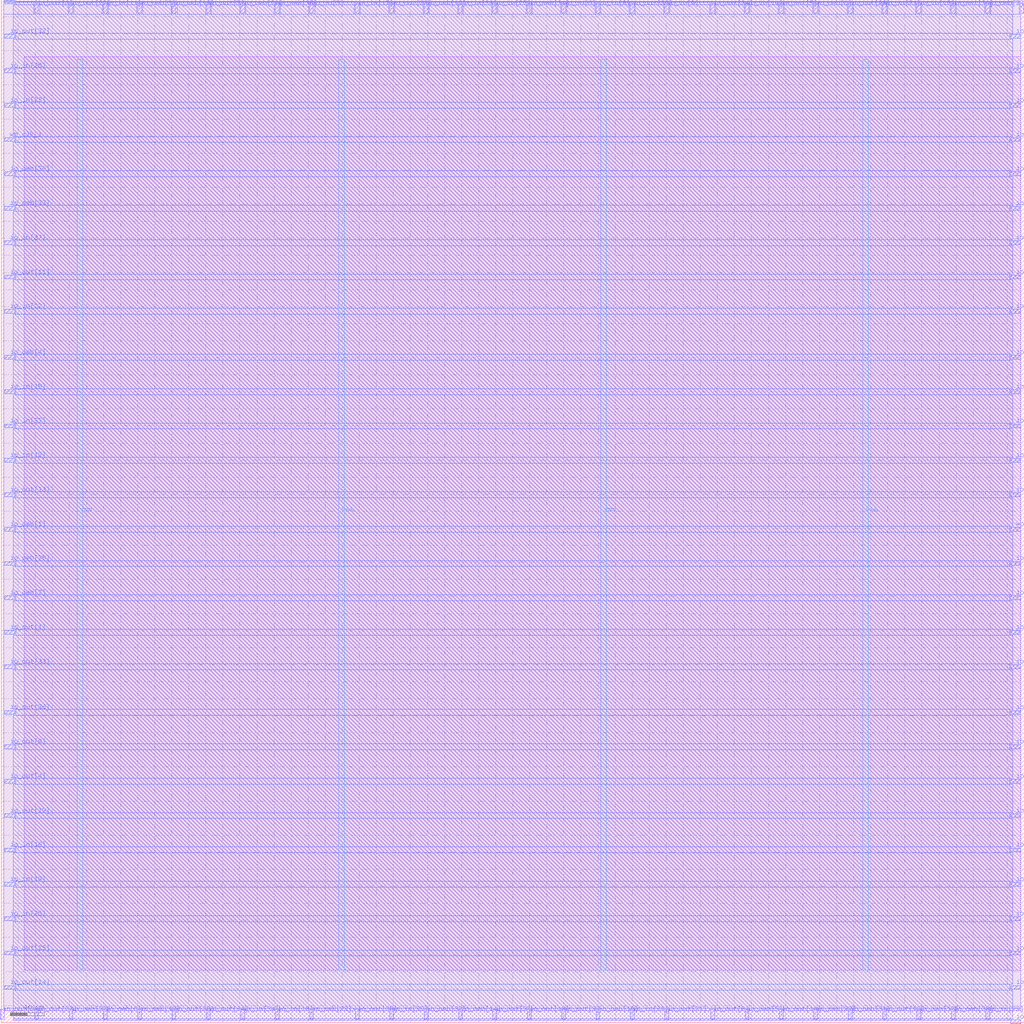
<source format=lef>
VERSION 5.7 ;
  NOWIREEXTENSIONATPIN ON ;
  DIVIDERCHAR "/" ;
  BUSBITCHARS "[]" ;
MACRO wrapped_multiplier_8
  CLASS BLOCK ;
  FOREIGN wrapped_multiplier_8 ;
  ORIGIN 0.000 0.000 ;
  SIZE 300.000 BY 300.000 ;
  PIN io_in[0]
    DIRECTION INPUT ;
    USE SIGNAL ;
    PORT
      LAYER Metal3 ;
        RECT 296.000 288.680 299.000 289.800 ;
    END
  END io_in[0]
  PIN io_in[10]
    DIRECTION INPUT ;
    USE SIGNAL ;
    PORT
      LAYER Metal3 ;
        RECT 296.000 70.280 299.000 71.400 ;
    END
  END io_in[10]
  PIN io_in[11]
    DIRECTION INPUT ;
    USE SIGNAL ;
    PORT
      LAYER Metal2 ;
        RECT 29.960 296.000 31.080 299.000 ;
    END
  END io_in[11]
  PIN io_in[12]
    DIRECTION INPUT ;
    USE SIGNAL ;
    PORT
      LAYER Metal3 ;
        RECT 1.000 164.360 4.000 165.480 ;
    END
  END io_in[12]
  PIN io_in[13]
    DIRECTION INPUT ;
    USE SIGNAL ;
    PORT
      LAYER Metal2 ;
        RECT 268.520 296.000 269.640 299.000 ;
    END
  END io_in[13]
  PIN io_in[14]
    DIRECTION INPUT ;
    USE SIGNAL ;
    PORT
      LAYER Metal2 ;
        RECT 218.120 296.000 219.240 299.000 ;
    END
  END io_in[14]
  PIN io_in[15]
    DIRECTION INPUT ;
    USE SIGNAL ;
    PORT
      LAYER Metal3 ;
        RECT 1.000 184.520 4.000 185.640 ;
    END
  END io_in[15]
  PIN io_in[16]
    DIRECTION INPUT ;
    USE SIGNAL ;
    PORT
      LAYER Metal3 ;
        RECT 1.000 50.120 4.000 51.240 ;
    END
  END io_in[16]
  PIN io_in[17]
    DIRECTION INPUT ;
    USE SIGNAL ;
    PORT
      LAYER Metal2 ;
        RECT 103.880 296.000 105.000 299.000 ;
    END
  END io_in[17]
  PIN io_in[18]
    DIRECTION INPUT ;
    USE SIGNAL ;
    PORT
      LAYER Metal2 ;
        RECT 80.360 1.000 81.480 4.000 ;
    END
  END io_in[18]
  PIN io_in[19]
    DIRECTION INPUT ;
    USE SIGNAL ;
    PORT
      LAYER Metal3 ;
        RECT 1.000 40.040 4.000 41.160 ;
    END
  END io_in[19]
  PIN io_in[1]
    DIRECTION INPUT ;
    USE SIGNAL ;
    PORT
      LAYER Metal3 ;
        RECT 296.000 268.520 299.000 269.640 ;
    END
  END io_in[1]
  PIN io_in[20]
    DIRECTION INPUT ;
    USE SIGNAL ;
    PORT
      LAYER Metal3 ;
        RECT 296.000 9.800 299.000 10.920 ;
    END
  END io_in[20]
  PIN io_in[21]
    DIRECTION INPUT ;
    USE SIGNAL ;
    PORT
      LAYER Metal2 ;
        RECT 258.440 296.000 259.560 299.000 ;
    END
  END io_in[21]
  PIN io_in[22]
    DIRECTION INPUT ;
    USE SIGNAL ;
    PORT
      LAYER Metal3 ;
        RECT 1.000 208.040 4.000 209.160 ;
    END
  END io_in[22]
  PIN io_in[23]
    DIRECTION INPUT ;
    USE SIGNAL ;
    PORT
      LAYER Metal3 ;
        RECT 1.000 268.520 4.000 269.640 ;
    END
  END io_in[23]
  PIN io_in[24]
    DIRECTION INPUT ;
    USE SIGNAL ;
    PORT
      LAYER Metal3 ;
        RECT 296.000 134.120 299.000 135.240 ;
    END
  END io_in[24]
  PIN io_in[25]
    DIRECTION INPUT ;
    USE SIGNAL ;
    PORT
      LAYER Metal3 ;
        RECT 1.000 29.960 4.000 31.080 ;
    END
  END io_in[25]
  PIN io_in[26]
    DIRECTION INPUT ;
    USE SIGNAL ;
    PORT
      LAYER Metal3 ;
        RECT 1.000 278.600 4.000 279.720 ;
    END
  END io_in[26]
  PIN io_in[27]
    DIRECTION INPUT ;
    USE SIGNAL ;
    PORT
      LAYER Metal2 ;
        RECT 144.200 296.000 145.320 299.000 ;
    END
  END io_in[27]
  PIN io_in[28]
    DIRECTION INPUT ;
    USE SIGNAL ;
    PORT
      LAYER Metal3 ;
        RECT 296.000 278.600 299.000 279.720 ;
    END
  END io_in[28]
  PIN io_in[29]
    DIRECTION INPUT ;
    USE SIGNAL ;
    PORT
      LAYER Metal2 ;
        RECT 288.680 1.000 289.800 4.000 ;
    END
  END io_in[29]
  PIN io_in[2]
    DIRECTION INPUT ;
    USE SIGNAL ;
    PORT
      LAYER Metal3 ;
        RECT 296.000 90.440 299.000 91.560 ;
    END
  END io_in[2]
  PIN io_in[30]
    DIRECTION INPUT ;
    USE SIGNAL ;
    PORT
      LAYER Metal2 ;
        RECT 134.120 296.000 135.240 299.000 ;
    END
  END io_in[30]
  PIN io_in[31]
    DIRECTION INPUT ;
    USE SIGNAL ;
    PORT
      LAYER Metal2 ;
        RECT 184.520 1.000 185.640 4.000 ;
    END
  END io_in[31]
  PIN io_in[32]
    DIRECTION INPUT ;
    USE SIGNAL ;
    PORT
      LAYER Metal3 ;
        RECT 296.000 154.280 299.000 155.400 ;
    END
  END io_in[32]
  PIN io_in[33]
    DIRECTION INPUT ;
    USE SIGNAL ;
    PORT
      LAYER Metal3 ;
        RECT 1.000 174.440 4.000 175.560 ;
    END
  END io_in[33]
  PIN io_in[34]
    DIRECTION INPUT ;
    USE SIGNAL ;
    PORT
      LAYER Metal2 ;
        RECT 70.280 1.000 71.400 4.000 ;
    END
  END io_in[34]
  PIN io_in[35]
    DIRECTION INPUT ;
    USE SIGNAL ;
    PORT
      LAYER Metal2 ;
        RECT 113.960 1.000 115.080 4.000 ;
    END
  END io_in[35]
  PIN io_in[36]
    DIRECTION INPUT ;
    USE SIGNAL ;
    PORT
      LAYER Metal3 ;
        RECT 296.000 29.960 299.000 31.080 ;
    END
  END io_in[36]
  PIN io_in[37]
    DIRECTION INPUT ;
    USE SIGNAL ;
    PORT
      LAYER Metal3 ;
        RECT 1.000 228.200 4.000 229.320 ;
    END
  END io_in[37]
  PIN io_in[3]
    DIRECTION INPUT ;
    USE SIGNAL ;
    PORT
      LAYER Metal2 ;
        RECT 90.440 296.000 91.560 299.000 ;
    END
  END io_in[3]
  PIN io_in[4]
    DIRECTION INPUT ;
    USE SIGNAL ;
    PORT
      LAYER Metal3 ;
        RECT 296.000 103.880 299.000 105.000 ;
    END
  END io_in[4]
  PIN io_in[5]
    DIRECTION INPUT ;
    USE SIGNAL ;
    PORT
      LAYER Metal3 ;
        RECT 296.000 164.360 299.000 165.480 ;
    END
  END io_in[5]
  PIN io_in[6]
    DIRECTION INPUT ;
    USE SIGNAL ;
    PORT
      LAYER Metal2 ;
        RECT 164.360 296.000 165.480 299.000 ;
    END
  END io_in[6]
  PIN io_in[7]
    DIRECTION INPUT ;
    USE SIGNAL ;
    PORT
      LAYER Metal3 ;
        RECT 296.000 124.040 299.000 125.160 ;
    END
  END io_in[7]
  PIN io_in[8]
    DIRECTION INPUT ;
    USE SIGNAL ;
    PORT
      LAYER Metal2 ;
        RECT 174.440 296.000 175.560 299.000 ;
    END
  END io_in[8]
  PIN io_in[9]
    DIRECTION INPUT ;
    USE SIGNAL ;
    PORT
      LAYER Metal2 ;
        RECT 194.600 296.000 195.720 299.000 ;
    END
  END io_in[9]
  PIN io_oeb[0]
    DIRECTION OUTPUT TRISTATE ;
    USE SIGNAL ;
    PORT
      LAYER Metal2 ;
        RECT 238.280 296.000 239.400 299.000 ;
    END
  END io_oeb[0]
  PIN io_oeb[10]
    DIRECTION OUTPUT TRISTATE ;
    USE SIGNAL ;
    PORT
      LAYER Metal2 ;
        RECT 298.760 296.000 299.880 299.000 ;
    END
  END io_oeb[10]
  PIN io_oeb[11]
    DIRECTION OUTPUT TRISTATE ;
    USE SIGNAL ;
    PORT
      LAYER Metal3 ;
        RECT 296.000 248.360 299.000 249.480 ;
    END
  END io_oeb[11]
  PIN io_oeb[12]
    DIRECTION OUTPUT TRISTATE ;
    USE SIGNAL ;
    PORT
      LAYER Metal2 ;
        RECT 40.040 1.000 41.160 4.000 ;
    END
  END io_oeb[12]
  PIN io_oeb[13]
    DIRECTION OUTPUT TRISTATE ;
    USE SIGNAL ;
    PORT
      LAYER Metal2 ;
        RECT 50.120 296.000 51.240 299.000 ;
    END
  END io_oeb[13]
  PIN io_oeb[14]
    DIRECTION OUTPUT TRISTATE ;
    USE SIGNAL ;
    PORT
      LAYER Metal2 ;
        RECT 134.120 1.000 135.240 4.000 ;
    END
  END io_oeb[14]
  PIN io_oeb[15]
    DIRECTION OUTPUT TRISTATE ;
    USE SIGNAL ;
    PORT
      LAYER Metal2 ;
        RECT 174.440 1.000 175.560 4.000 ;
    END
  END io_oeb[15]
  PIN io_oeb[16]
    DIRECTION OUTPUT TRISTATE ;
    USE SIGNAL ;
    PORT
      LAYER Metal3 ;
        RECT 296.000 258.440 299.000 259.560 ;
    END
  END io_oeb[16]
  PIN io_oeb[17]
    DIRECTION OUTPUT TRISTATE ;
    USE SIGNAL ;
    PORT
      LAYER Metal2 ;
        RECT 268.520 1.000 269.640 4.000 ;
    END
  END io_oeb[17]
  PIN io_oeb[18]
    DIRECTION OUTPUT TRISTATE ;
    USE SIGNAL ;
    PORT
      LAYER Metal3 ;
        RECT 296.000 194.600 299.000 195.720 ;
    END
  END io_oeb[18]
  PIN io_oeb[19]
    DIRECTION OUTPUT TRISTATE ;
    USE SIGNAL ;
    PORT
      LAYER Metal2 ;
        RECT 124.040 296.000 125.160 299.000 ;
    END
  END io_oeb[19]
  PIN io_oeb[1]
    DIRECTION OUTPUT TRISTATE ;
    USE SIGNAL ;
    PORT
      LAYER Metal3 ;
        RECT 1.000 144.200 4.000 145.320 ;
    END
  END io_oeb[1]
  PIN io_oeb[20]
    DIRECTION OUTPUT TRISTATE ;
    USE SIGNAL ;
    PORT
      LAYER Metal2 ;
        RECT 70.280 296.000 71.400 299.000 ;
    END
  END io_oeb[20]
  PIN io_oeb[21]
    DIRECTION OUTPUT TRISTATE ;
    USE SIGNAL ;
    PORT
      LAYER Metal2 ;
        RECT 154.280 296.000 155.400 299.000 ;
    END
  END io_oeb[21]
  PIN io_oeb[22]
    DIRECTION OUTPUT TRISTATE ;
    USE SIGNAL ;
    PORT
      LAYER Metal2 ;
        RECT 238.280 1.000 239.400 4.000 ;
    END
  END io_oeb[22]
  PIN io_oeb[23]
    DIRECTION OUTPUT TRISTATE ;
    USE SIGNAL ;
    PORT
      LAYER Metal2 ;
        RECT 90.440 1.000 91.560 4.000 ;
    END
  END io_oeb[23]
  PIN io_oeb[24]
    DIRECTION OUTPUT TRISTATE ;
    USE SIGNAL ;
    PORT
      LAYER Metal3 ;
        RECT 296.000 80.360 299.000 81.480 ;
    END
  END io_oeb[24]
  PIN io_oeb[25]
    DIRECTION OUTPUT TRISTATE ;
    USE SIGNAL ;
    PORT
      LAYER Metal2 ;
        RECT 80.360 296.000 81.480 299.000 ;
    END
  END io_oeb[25]
  PIN io_oeb[26]
    DIRECTION OUTPUT TRISTATE ;
    USE SIGNAL ;
    PORT
      LAYER Metal3 ;
        RECT 296.000 208.040 299.000 209.160 ;
    END
  END io_oeb[26]
  PIN io_oeb[27]
    DIRECTION OUTPUT TRISTATE ;
    USE SIGNAL ;
    PORT
      LAYER Metal2 ;
        RECT 19.880 1.000 21.000 4.000 ;
    END
  END io_oeb[27]
  PIN io_oeb[28]
    DIRECTION OUTPUT TRISTATE ;
    USE SIGNAL ;
    PORT
      LAYER Metal2 ;
        RECT 278.600 1.000 279.720 4.000 ;
    END
  END io_oeb[28]
  PIN io_oeb[29]
    DIRECTION OUTPUT TRISTATE ;
    USE SIGNAL ;
    PORT
      LAYER Metal3 ;
        RECT 296.000 60.200 299.000 61.320 ;
    END
  END io_oeb[29]
  PIN io_oeb[2]
    DIRECTION OUTPUT TRISTATE ;
    USE SIGNAL ;
    PORT
      LAYER Metal2 ;
        RECT 288.680 296.000 289.800 299.000 ;
    END
  END io_oeb[2]
  PIN io_oeb[30]
    DIRECTION OUTPUT TRISTATE ;
    USE SIGNAL ;
    PORT
      LAYER Metal3 ;
        RECT 1.000 248.360 4.000 249.480 ;
    END
  END io_oeb[30]
  PIN io_oeb[31]
    DIRECTION OUTPUT TRISTATE ;
    USE SIGNAL ;
    PORT
      LAYER Metal2 ;
        RECT 248.360 1.000 249.480 4.000 ;
    END
  END io_oeb[31]
  PIN io_oeb[32]
    DIRECTION OUTPUT TRISTATE ;
    USE SIGNAL ;
    PORT
      LAYER Metal2 ;
        RECT 124.040 1.000 125.160 4.000 ;
    END
  END io_oeb[32]
  PIN io_oeb[33]
    DIRECTION OUTPUT TRISTATE ;
    USE SIGNAL ;
    PORT
      LAYER Metal3 ;
        RECT 1.000 238.280 4.000 239.400 ;
    END
  END io_oeb[33]
  PIN io_oeb[34]
    DIRECTION OUTPUT TRISTATE ;
    USE SIGNAL ;
    PORT
      LAYER Metal3 ;
        RECT 296.000 228.200 299.000 229.320 ;
    END
  END io_oeb[34]
  PIN io_oeb[35]
    DIRECTION OUTPUT TRISTATE ;
    USE SIGNAL ;
    PORT
      LAYER Metal3 ;
        RECT 1.000 134.120 4.000 135.240 ;
    END
  END io_oeb[35]
  PIN io_oeb[36]
    DIRECTION OUTPUT TRISTATE ;
    USE SIGNAL ;
    PORT
      LAYER Metal3 ;
        RECT 296.000 19.880 299.000 21.000 ;
    END
  END io_oeb[36]
  PIN io_oeb[37]
    DIRECTION OUTPUT TRISTATE ;
    USE SIGNAL ;
    PORT
      LAYER Metal3 ;
        RECT 1.000 298.760 4.000 299.880 ;
    END
  END io_oeb[37]
  PIN io_oeb[3]
    DIRECTION OUTPUT TRISTATE ;
    USE SIGNAL ;
    PORT
      LAYER Metal2 ;
        RECT 40.040 296.000 41.160 299.000 ;
    END
  END io_oeb[3]
  PIN io_oeb[4]
    DIRECTION OUTPUT TRISTATE ;
    USE SIGNAL ;
    PORT
      LAYER Metal3 ;
        RECT 1.000 194.600 4.000 195.720 ;
    END
  END io_oeb[4]
  PIN io_oeb[5]
    DIRECTION OUTPUT TRISTATE ;
    USE SIGNAL ;
    PORT
      LAYER Metal2 ;
        RECT 218.120 1.000 219.240 4.000 ;
    END
  END io_oeb[5]
  PIN io_oeb[6]
    DIRECTION OUTPUT TRISTATE ;
    USE SIGNAL ;
    PORT
      LAYER Metal2 ;
        RECT 29.960 1.000 31.080 4.000 ;
    END
  END io_oeb[6]
  PIN io_oeb[7]
    DIRECTION OUTPUT TRISTATE ;
    USE SIGNAL ;
    PORT
      LAYER Metal3 ;
        RECT 1.000 124.040 4.000 125.160 ;
    END
  END io_oeb[7]
  PIN io_oeb[8]
    DIRECTION OUTPUT TRISTATE ;
    USE SIGNAL ;
    PORT
      LAYER Metal3 ;
        RECT 296.000 -0.280 299.000 0.840 ;
    END
  END io_oeb[8]
  PIN io_oeb[9]
    DIRECTION OUTPUT TRISTATE ;
    USE SIGNAL ;
    PORT
      LAYER Metal3 ;
        RECT 296.000 174.440 299.000 175.560 ;
    END
  END io_oeb[9]
  PIN io_out[0]
    DIRECTION OUTPUT TRISTATE ;
    USE SIGNAL ;
    PORT
      LAYER Metal3 ;
        RECT 296.000 113.960 299.000 115.080 ;
    END
  END io_out[0]
  PIN io_out[10]
    DIRECTION OUTPUT TRISTATE ;
    USE SIGNAL ;
    PORT
      LAYER Metal2 ;
        RECT 228.200 1.000 229.320 4.000 ;
    END
  END io_out[10]
  PIN io_out[11]
    DIRECTION OUTPUT TRISTATE ;
    USE SIGNAL ;
    PORT
      LAYER Metal3 ;
        RECT 1.000 218.120 4.000 219.240 ;
    END
  END io_out[11]
  PIN io_out[12]
    DIRECTION OUTPUT TRISTATE ;
    USE SIGNAL ;
    PORT
      LAYER Metal3 ;
        RECT 296.000 50.120 299.000 51.240 ;
    END
  END io_out[12]
  PIN io_out[13]
    DIRECTION OUTPUT TRISTATE ;
    USE SIGNAL ;
    PORT
      LAYER Metal3 ;
        RECT 1.000 154.280 4.000 155.400 ;
    END
  END io_out[13]
  PIN io_out[14]
    DIRECTION OUTPUT TRISTATE ;
    USE SIGNAL ;
    PORT
      LAYER Metal3 ;
        RECT 1.000 9.800 4.000 10.920 ;
    END
  END io_out[14]
  PIN io_out[15]
    DIRECTION OUTPUT TRISTATE ;
    USE SIGNAL ;
    PORT
      LAYER Metal3 ;
        RECT 296.000 218.120 299.000 219.240 ;
    END
  END io_out[15]
  PIN io_out[16]
    DIRECTION OUTPUT TRISTATE ;
    USE SIGNAL ;
    PORT
      LAYER Metal2 ;
        RECT 258.440 1.000 259.560 4.000 ;
    END
  END io_out[16]
  PIN io_out[17]
    DIRECTION OUTPUT TRISTATE ;
    USE SIGNAL ;
    PORT
      LAYER Metal3 ;
        RECT 296.000 238.280 299.000 239.400 ;
    END
  END io_out[17]
  PIN io_out[18]
    DIRECTION OUTPUT TRISTATE ;
    USE SIGNAL ;
    PORT
      LAYER Metal2 ;
        RECT 154.280 1.000 155.400 4.000 ;
    END
  END io_out[18]
  PIN io_out[19]
    DIRECTION OUTPUT TRISTATE ;
    USE SIGNAL ;
    PORT
      LAYER Metal3 ;
        RECT 1.000 60.200 4.000 61.320 ;
    END
  END io_out[19]
  PIN io_out[1]
    DIRECTION OUTPUT TRISTATE ;
    USE SIGNAL ;
    PORT
      LAYER Metal3 ;
        RECT 1.000 113.960 4.000 115.080 ;
    END
  END io_out[1]
  PIN io_out[20]
    DIRECTION OUTPUT TRISTATE ;
    USE SIGNAL ;
    PORT
      LAYER Metal2 ;
        RECT -0.280 1.000 0.840 4.000 ;
    END
  END io_out[20]
  PIN io_out[21]
    DIRECTION OUTPUT TRISTATE ;
    USE SIGNAL ;
    PORT
      LAYER Metal2 ;
        RECT 194.600 1.000 195.720 4.000 ;
    END
  END io_out[21]
  PIN io_out[22]
    DIRECTION OUTPUT TRISTATE ;
    USE SIGNAL ;
    PORT
      LAYER Metal2 ;
        RECT 19.880 296.000 21.000 299.000 ;
    END
  END io_out[22]
  PIN io_out[23]
    DIRECTION OUTPUT TRISTATE ;
    USE SIGNAL ;
    PORT
      LAYER Metal2 ;
        RECT 113.960 296.000 115.080 299.000 ;
    END
  END io_out[23]
  PIN io_out[24]
    DIRECTION OUTPUT TRISTATE ;
    USE SIGNAL ;
    PORT
      LAYER Metal2 ;
        RECT 208.040 296.000 209.160 299.000 ;
    END
  END io_out[24]
  PIN io_out[25]
    DIRECTION OUTPUT TRISTATE ;
    USE SIGNAL ;
    PORT
      LAYER Metal3 ;
        RECT 1.000 19.880 4.000 21.000 ;
    END
  END io_out[25]
  PIN io_out[26]
    DIRECTION OUTPUT TRISTATE ;
    USE SIGNAL ;
    PORT
      LAYER Metal2 ;
        RECT 50.120 1.000 51.240 4.000 ;
    END
  END io_out[26]
  PIN io_out[27]
    DIRECTION OUTPUT TRISTATE ;
    USE SIGNAL ;
    PORT
      LAYER Metal2 ;
        RECT 9.800 1.000 10.920 4.000 ;
    END
  END io_out[27]
  PIN io_out[28]
    DIRECTION OUTPUT TRISTATE ;
    USE SIGNAL ;
    PORT
      LAYER Metal2 ;
        RECT 248.360 296.000 249.480 299.000 ;
    END
  END io_out[28]
  PIN io_out[29]
    DIRECTION OUTPUT TRISTATE ;
    USE SIGNAL ;
    PORT
      LAYER Metal2 ;
        RECT 184.520 296.000 185.640 299.000 ;
    END
  END io_out[29]
  PIN io_out[2]
    DIRECTION OUTPUT TRISTATE ;
    USE SIGNAL ;
    PORT
      LAYER Metal2 ;
        RECT 144.200 1.000 145.320 4.000 ;
    END
  END io_out[2]
  PIN io_out[30]
    DIRECTION OUTPUT TRISTATE ;
    USE SIGNAL ;
    PORT
      LAYER Metal2 ;
        RECT 278.600 296.000 279.720 299.000 ;
    END
  END io_out[30]
  PIN io_out[31]
    DIRECTION OUTPUT TRISTATE ;
    USE SIGNAL ;
    PORT
      LAYER Metal3 ;
        RECT 296.000 40.040 299.000 41.160 ;
    END
  END io_out[31]
  PIN io_out[32]
    DIRECTION OUTPUT TRISTATE ;
    USE SIGNAL ;
    PORT
      LAYER Metal3 ;
        RECT 1.000 288.680 4.000 289.800 ;
    END
  END io_out[32]
  PIN io_out[33]
    DIRECTION OUTPUT TRISTATE ;
    USE SIGNAL ;
    PORT
      LAYER Metal3 ;
        RECT 1.000 103.880 4.000 105.000 ;
    END
  END io_out[33]
  PIN io_out[34]
    DIRECTION OUTPUT TRISTATE ;
    USE SIGNAL ;
    PORT
      LAYER Metal2 ;
        RECT 60.200 1.000 61.320 4.000 ;
    END
  END io_out[34]
  PIN io_out[35]
    DIRECTION OUTPUT TRISTATE ;
    USE SIGNAL ;
    PORT
      LAYER Metal2 ;
        RECT 103.880 1.000 105.000 4.000 ;
    END
  END io_out[35]
  PIN io_out[36]
    DIRECTION OUTPUT TRISTATE ;
    USE SIGNAL ;
    PORT
      LAYER Metal3 ;
        RECT 1.000 90.440 4.000 91.560 ;
    END
  END io_out[36]
  PIN io_out[37]
    DIRECTION OUTPUT TRISTATE ;
    USE SIGNAL ;
    PORT
      LAYER Metal3 ;
        RECT 296.000 184.520 299.000 185.640 ;
    END
  END io_out[37]
  PIN io_out[3]
    DIRECTION OUTPUT TRISTATE ;
    USE SIGNAL ;
    PORT
      LAYER Metal2 ;
        RECT 164.360 1.000 165.480 4.000 ;
    END
  END io_out[3]
  PIN io_out[4]
    DIRECTION OUTPUT TRISTATE ;
    USE SIGNAL ;
    PORT
      LAYER Metal3 ;
        RECT 1.000 70.280 4.000 71.400 ;
    END
  END io_out[4]
  PIN io_out[5]
    DIRECTION OUTPUT TRISTATE ;
    USE SIGNAL ;
    PORT
      LAYER Metal2 ;
        RECT 228.200 296.000 229.320 299.000 ;
    END
  END io_out[5]
  PIN io_out[6]
    DIRECTION OUTPUT TRISTATE ;
    USE SIGNAL ;
    PORT
      LAYER Metal2 ;
        RECT 9.800 296.000 10.920 299.000 ;
    END
  END io_out[6]
  PIN io_out[7]
    DIRECTION OUTPUT TRISTATE ;
    USE SIGNAL ;
    PORT
      LAYER Metal2 ;
        RECT 60.200 296.000 61.320 299.000 ;
    END
  END io_out[7]
  PIN io_out[8]
    DIRECTION OUTPUT TRISTATE ;
    USE SIGNAL ;
    PORT
      LAYER Metal2 ;
        RECT 208.040 1.000 209.160 4.000 ;
    END
  END io_out[8]
  PIN io_out[9]
    DIRECTION OUTPUT TRISTATE ;
    USE SIGNAL ;
    PORT
      LAYER Metal3 ;
        RECT 1.000 80.360 4.000 81.480 ;
    END
  END io_out[9]
  PIN vdd
    DIRECTION INOUT ;
    USE POWER ;
    PORT
      LAYER Metal4 ;
        RECT 22.240 15.380 23.840 282.540 ;
    END
    PORT
      LAYER Metal4 ;
        RECT 175.840 15.380 177.440 282.540 ;
    END
  END vdd
  PIN vss
    DIRECTION INOUT ;
    USE GROUND ;
    PORT
      LAYER Metal4 ;
        RECT 99.040 15.380 100.640 282.540 ;
    END
    PORT
      LAYER Metal4 ;
        RECT 252.640 15.380 254.240 282.540 ;
    END
  END vss
  PIN wb_clk_i
    DIRECTION INPUT ;
    USE SIGNAL ;
    PORT
      LAYER Metal3 ;
        RECT 1.000 258.440 4.000 259.560 ;
    END
  END wb_clk_i
  PIN wb_rst_i
    DIRECTION INPUT ;
    USE SIGNAL ;
    PORT
      LAYER Metal3 ;
        RECT 296.000 144.200 299.000 145.320 ;
    END
  END wb_rst_i
  OBS
      LAYER Metal1 ;
        RECT 6.720 15.380 298.950 283.210 ;
      LAYER Metal2 ;
        RECT 0.700 299.300 298.900 299.510 ;
        RECT 0.700 295.700 9.500 299.300 ;
        RECT 11.220 295.700 19.580 299.300 ;
        RECT 21.300 295.700 29.660 299.300 ;
        RECT 31.380 295.700 39.740 299.300 ;
        RECT 41.460 295.700 49.820 299.300 ;
        RECT 51.540 295.700 59.900 299.300 ;
        RECT 61.620 295.700 69.980 299.300 ;
        RECT 71.700 295.700 80.060 299.300 ;
        RECT 81.780 295.700 90.140 299.300 ;
        RECT 91.860 295.700 103.580 299.300 ;
        RECT 105.300 295.700 113.660 299.300 ;
        RECT 115.380 295.700 123.740 299.300 ;
        RECT 125.460 295.700 133.820 299.300 ;
        RECT 135.540 295.700 143.900 299.300 ;
        RECT 145.620 295.700 153.980 299.300 ;
        RECT 155.700 295.700 164.060 299.300 ;
        RECT 165.780 295.700 174.140 299.300 ;
        RECT 175.860 295.700 184.220 299.300 ;
        RECT 185.940 295.700 194.300 299.300 ;
        RECT 196.020 295.700 207.740 299.300 ;
        RECT 209.460 295.700 217.820 299.300 ;
        RECT 219.540 295.700 227.900 299.300 ;
        RECT 229.620 295.700 237.980 299.300 ;
        RECT 239.700 295.700 248.060 299.300 ;
        RECT 249.780 295.700 258.140 299.300 ;
        RECT 259.860 295.700 268.220 299.300 ;
        RECT 269.940 295.700 278.300 299.300 ;
        RECT 280.020 295.700 288.380 299.300 ;
        RECT 290.100 295.700 298.460 299.300 ;
        RECT 0.700 4.300 298.900 295.700 ;
        RECT 1.140 3.500 9.500 4.300 ;
        RECT 11.220 3.500 19.580 4.300 ;
        RECT 21.300 3.500 29.660 4.300 ;
        RECT 31.380 3.500 39.740 4.300 ;
        RECT 41.460 3.500 49.820 4.300 ;
        RECT 51.540 3.500 59.900 4.300 ;
        RECT 61.620 3.500 69.980 4.300 ;
        RECT 71.700 3.500 80.060 4.300 ;
        RECT 81.780 3.500 90.140 4.300 ;
        RECT 91.860 3.500 103.580 4.300 ;
        RECT 105.300 3.500 113.660 4.300 ;
        RECT 115.380 3.500 123.740 4.300 ;
        RECT 125.460 3.500 133.820 4.300 ;
        RECT 135.540 3.500 143.900 4.300 ;
        RECT 145.620 3.500 153.980 4.300 ;
        RECT 155.700 3.500 164.060 4.300 ;
        RECT 165.780 3.500 174.140 4.300 ;
        RECT 175.860 3.500 184.220 4.300 ;
        RECT 185.940 3.500 194.300 4.300 ;
        RECT 196.020 3.500 207.740 4.300 ;
        RECT 209.460 3.500 217.820 4.300 ;
        RECT 219.540 3.500 227.900 4.300 ;
        RECT 229.620 3.500 237.980 4.300 ;
        RECT 239.700 3.500 248.060 4.300 ;
        RECT 249.780 3.500 258.140 4.300 ;
        RECT 259.860 3.500 268.220 4.300 ;
        RECT 269.940 3.500 278.300 4.300 ;
        RECT 280.020 3.500 288.380 4.300 ;
        RECT 290.100 3.500 298.900 4.300 ;
      LAYER Metal3 ;
        RECT 4.300 298.460 296.660 299.460 ;
        RECT 3.500 290.100 296.660 298.460 ;
        RECT 4.300 288.380 295.700 290.100 ;
        RECT 3.500 280.020 296.660 288.380 ;
        RECT 4.300 278.300 295.700 280.020 ;
        RECT 3.500 269.940 296.660 278.300 ;
        RECT 4.300 268.220 295.700 269.940 ;
        RECT 3.500 259.860 296.660 268.220 ;
        RECT 4.300 258.140 295.700 259.860 ;
        RECT 3.500 249.780 296.660 258.140 ;
        RECT 4.300 248.060 295.700 249.780 ;
        RECT 3.500 239.700 296.660 248.060 ;
        RECT 4.300 237.980 295.700 239.700 ;
        RECT 3.500 229.620 296.660 237.980 ;
        RECT 4.300 227.900 295.700 229.620 ;
        RECT 3.500 219.540 296.660 227.900 ;
        RECT 4.300 217.820 295.700 219.540 ;
        RECT 3.500 209.460 296.660 217.820 ;
        RECT 4.300 207.740 295.700 209.460 ;
        RECT 3.500 196.020 296.660 207.740 ;
        RECT 4.300 194.300 295.700 196.020 ;
        RECT 3.500 185.940 296.660 194.300 ;
        RECT 4.300 184.220 295.700 185.940 ;
        RECT 3.500 175.860 296.660 184.220 ;
        RECT 4.300 174.140 295.700 175.860 ;
        RECT 3.500 165.780 296.660 174.140 ;
        RECT 4.300 164.060 295.700 165.780 ;
        RECT 3.500 155.700 296.660 164.060 ;
        RECT 4.300 153.980 295.700 155.700 ;
        RECT 3.500 145.620 296.660 153.980 ;
        RECT 4.300 143.900 295.700 145.620 ;
        RECT 3.500 135.540 296.660 143.900 ;
        RECT 4.300 133.820 295.700 135.540 ;
        RECT 3.500 125.460 296.660 133.820 ;
        RECT 4.300 123.740 295.700 125.460 ;
        RECT 3.500 115.380 296.660 123.740 ;
        RECT 4.300 113.660 295.700 115.380 ;
        RECT 3.500 105.300 296.660 113.660 ;
        RECT 4.300 103.580 295.700 105.300 ;
        RECT 3.500 91.860 296.660 103.580 ;
        RECT 4.300 90.140 295.700 91.860 ;
        RECT 3.500 81.780 296.660 90.140 ;
        RECT 4.300 80.060 295.700 81.780 ;
        RECT 3.500 71.700 296.660 80.060 ;
        RECT 4.300 69.980 295.700 71.700 ;
        RECT 3.500 61.620 296.660 69.980 ;
        RECT 4.300 59.900 295.700 61.620 ;
        RECT 3.500 51.540 296.660 59.900 ;
        RECT 4.300 49.820 295.700 51.540 ;
        RECT 3.500 41.460 296.660 49.820 ;
        RECT 4.300 39.740 295.700 41.460 ;
        RECT 3.500 31.380 296.660 39.740 ;
        RECT 4.300 29.660 295.700 31.380 ;
        RECT 3.500 21.300 296.660 29.660 ;
        RECT 4.300 19.580 295.700 21.300 ;
        RECT 3.500 11.220 296.660 19.580 ;
        RECT 4.300 9.500 295.700 11.220 ;
        RECT 3.500 1.140 296.660 9.500 ;
        RECT 3.500 0.700 295.700 1.140 ;
  END
END wrapped_multiplier_8
END LIBRARY


</source>
